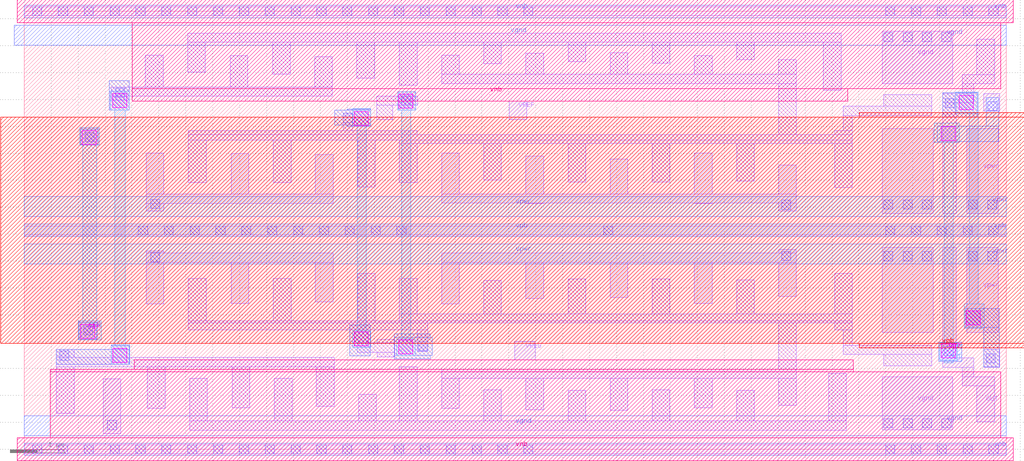
<source format=lef>
VERSION 5.6 ;
  NOWIREEXTENSIONATPIN ON ;
  DIVIDERCHAR "/" ;

MACRO LDO_COMPARATOR_LATCH
  CLASS CORE ;
  ORIGIN 0.000 0.000 ;
  FOREIGN LDO_COMPARATOR_LATCH 0 0 ;
  SIZE 18.240 BY 8.140 ;
  SYMMETRY X Y ;
  SITE unithvdbl ;
  PIN vnb
  	DIRECTION INOUT ;
    USE GROUND ;
    PORT
      LAYER pwell ;
        RECT -0.130 7.925 18.370 8.355 ;
        RECT 2.005 6.705 18.130 7.925 ;
        RECT 2.005 6.475 15.290 6.705 ;
      LAYER li1 ;
        RECT 0.000 8.055 18.240 8.225 ;
      LAYER mcon ;
        RECT 0.155 8.055 0.325 8.225 ;
        RECT 0.635 8.055 0.805 8.225 ;
        RECT 1.115 8.055 1.285 8.225 ;
        RECT 1.595 8.055 1.765 8.225 ;
        RECT 2.075 8.055 2.245 8.225 ;
        RECT 2.555 8.055 2.725 8.225 ;
        RECT 3.035 8.055 3.205 8.225 ;
        RECT 3.515 8.055 3.685 8.225 ;
        RECT 3.995 8.055 4.165 8.225 ;
        RECT 4.475 8.055 4.645 8.225 ;
        RECT 4.955 8.055 5.125 8.225 ;
        RECT 5.435 8.055 5.605 8.225 ;
        RECT 5.915 8.055 6.085 8.225 ;
        RECT 6.395 8.055 6.565 8.225 ;
        RECT 6.875 8.055 7.045 8.225 ;
        RECT 7.355 8.055 7.525 8.225 ;
        RECT 7.835 8.055 8.005 8.225 ;
        RECT 8.315 8.055 8.485 8.225 ;
        RECT 8.795 8.055 8.965 8.225 ;
        RECT 9.275 8.055 9.445 8.225 ;
        RECT 15.995 8.055 16.165 8.225 ;
        RECT 16.475 8.055 16.645 8.225 ;
        RECT 16.955 8.055 17.125 8.225 ;
        RECT 17.435 8.055 17.605 8.225 ;
        RECT 17.915 8.055 18.085 8.225 ;
      LAYER met1 ;
        RECT 0.000 8.025 18.240 8.255 ;
    END
    PORT
      LAYER pwell ;
        RECT 2.040 1.485 15.390 1.665 ;
        RECT 0.485 1.435 15.390 1.485 ;
        RECT 0.485 0.215 18.130 1.435 ;
        RECT -0.130 -0.215 18.370 0.215 ;
      LAYER li1 ;
        RECT 0.000 -0.085 18.240 0.085 ;
      LAYER mcon ;
        RECT 0.155 -0.085 0.325 0.085 ;
        RECT 0.635 -0.085 0.805 0.085 ;
        RECT 1.115 -0.085 1.285 0.085 ;
        RECT 1.595 -0.085 1.765 0.085 ;
        RECT 2.075 -0.085 2.245 0.085 ;
        RECT 2.555 -0.085 2.725 0.085 ;
        RECT 3.035 -0.085 3.205 0.085 ;
        RECT 3.515 -0.085 3.685 0.085 ;
        RECT 3.995 -0.085 4.165 0.085 ;
        RECT 4.475 -0.085 4.645 0.085 ;
        RECT 4.955 -0.085 5.125 0.085 ;
        RECT 5.435 -0.085 5.605 0.085 ;
        RECT 5.915 -0.085 6.085 0.085 ;
        RECT 6.395 -0.085 6.565 0.085 ;
        RECT 6.875 -0.085 7.045 0.085 ;
        RECT 7.355 -0.085 7.525 0.085 ;
        RECT 7.835 -0.085 8.005 0.085 ;
        RECT 8.315 -0.085 8.485 0.085 ;
        RECT 8.795 -0.085 8.965 0.085 ;
        RECT 9.275 -0.085 9.445 0.085 ;
        RECT 15.995 -0.085 16.165 0.085 ;
        RECT 16.475 -0.085 16.645 0.085 ;
        RECT 16.955 -0.085 17.125 0.085 ;
        RECT 17.435 -0.085 17.605 0.085 ;
        RECT 17.915 -0.085 18.085 0.085 ;
      LAYER met1 ;
        RECT 0.000 -0.115 18.240 0.115 ;
    END
  END vnb
  PIN vgnd
    DIRECTION INOUT ;
    USE GROUND ;
    PORT
      LAYER li1 ;
        RECT 15.930 6.795 17.240 7.775 ;
      LAYER mcon ;
        RECT 15.960 7.575 16.130 7.745 ;
        RECT 16.320 7.575 16.490 7.745 ;
        RECT 16.680 7.575 16.850 7.745 ;
        RECT 17.040 7.575 17.210 7.745 ;
      LAYER met1 ;
        RECT -0.185 7.515 18.240 7.885 ;
    END
    PORT
      LAYER li1 ;
        RECT 1.465 0.285 1.795 1.310 ;
        RECT 15.930 0.365 17.240 1.345 ;
      LAYER mcon ;
        RECT 1.545 0.365 1.715 0.535 ;
        RECT 15.960 0.395 16.130 0.565 ;
        RECT 16.320 0.395 16.490 0.565 ;
        RECT 16.680 0.395 16.850 0.565 ;
        RECT 17.040 0.395 17.210 0.565 ;
      LAYER met1 ;
        RECT 0.000 0.255 18.240 0.625 ;
    END
  END vgnd
  PIN vpwr
    DIRECTION INOUT ;
    USE POWER ;
    PORT
      LAYER li1 ;
        RECT 2.265 4.740 2.595 5.510 ;
        RECT 3.840 4.740 4.170 5.500 ;
        RECT 5.405 4.740 5.735 5.480 ;
        RECT 2.265 4.570 5.735 4.740 ;
        RECT 7.750 4.745 8.080 5.510 ;
        RECT 9.315 4.745 9.645 5.450 ;
        RECT 10.880 4.745 11.210 5.390 ;
        RECT 12.445 4.745 12.775 5.505 ;
        RECT 14.010 4.745 14.340 5.280 ;
        RECT 7.750 4.575 14.340 4.745 ;
        RECT 9.315 4.570 9.645 4.575 ;
        RECT 12.445 4.570 12.775 4.575 ;
        RECT 2.265 4.425 2.595 4.570 ;
        RECT 14.010 4.425 14.340 4.575 ;
        RECT 15.930 4.385 16.880 5.965 ;
        RECT 17.500 4.385 18.090 5.965 ;
      LAYER mcon ;
        RECT 2.350 4.475 2.520 4.645 ;
        RECT 14.065 4.460 14.235 4.630 ;
        RECT 15.960 4.465 16.130 4.635 ;
        RECT 16.320 4.465 16.490 4.635 ;
        RECT 16.680 4.465 16.850 4.635 ;
        RECT 17.530 4.465 17.700 4.635 ;
        RECT 17.890 4.465 18.060 4.635 ;
      LAYER met1 ;
        RECT 0.000 4.325 18.240 4.695 ;
    END
    PORT
      LAYER li1 ;
        RECT 2.265 3.645 2.595 3.685 ;
        RECT 14.010 3.645 14.340 3.715 ;
        RECT 2.265 3.475 5.735 3.645 ;
        RECT 2.265 2.705 2.595 3.475 ;
        RECT 3.840 2.715 4.170 3.475 ;
        RECT 5.405 2.735 5.735 3.475 ;
        RECT 7.750 3.475 14.340 3.645 ;
        RECT 7.750 2.705 8.080 3.475 ;
        RECT 9.315 2.800 9.645 3.475 ;
        RECT 10.880 2.825 11.210 3.475 ;
        RECT 12.445 2.710 12.775 3.475 ;
        RECT 14.010 2.840 14.340 3.475 ;
        RECT 15.930 2.175 16.880 3.755 ;
        RECT 17.500 2.175 18.090 3.755 ;
      LAYER mcon ;
        RECT 2.350 3.485 2.520 3.655 ;
        RECT 14.065 3.510 14.235 3.680 ;
        RECT 15.960 3.505 16.130 3.675 ;
        RECT 16.320 3.505 16.490 3.675 ;
        RECT 16.680 3.505 16.850 3.675 ;
        RECT 17.530 3.505 17.700 3.675 ;
        RECT 17.890 3.505 18.060 3.675 ;
      LAYER met1 ;
        RECT 0.000 3.445 18.240 3.815 ;
    END
  END vpwr
  PIN vpb
    DIRECTION INOUT ;
    USE POWER ;
    PORT
      LAYER nwell ;
        RECT 15.510 6.175 18.570 6.255 ;
        RECT -0.440 1.965 18.570 6.175 ;
        RECT 15.510 1.885 18.570 1.965 ;
      LAYER li1 ;
        RECT 0.000 3.985 18.240 4.155 ;
      LAYER mcon ;
        RECT 2.120 3.985 2.290 4.155 ;
        RECT 2.600 3.985 2.770 4.155 ;
        RECT 3.080 3.985 3.250 4.155 ;
        RECT 3.560 3.985 3.730 4.155 ;
        RECT 4.040 3.985 4.210 4.155 ;
        RECT 4.520 3.985 4.690 4.155 ;
        RECT 5.000 3.985 5.170 4.155 ;
        RECT 5.480 3.985 5.650 4.155 ;
        RECT 5.960 3.985 6.130 4.155 ;
        RECT 6.440 3.985 6.610 4.155 ;
        RECT 6.920 3.985 7.090 4.155 ;
        RECT 10.760 3.985 10.930 4.155 ;
        RECT 15.995 3.985 16.165 4.155 ;
        RECT 16.475 3.985 16.645 4.155 ;
        RECT 16.955 3.985 17.125 4.155 ;
        RECT 17.435 3.985 17.605 4.155 ;
        RECT 17.915 3.985 18.085 4.155 ;
      LAYER met1 ;
        RECT 0.000 3.955 18.240 4.185 ;
    END
  END vpb
  PIN VREF
    DIRECTION INPUT ;
    USE SIGNAL ;
    PORT
      LAYER li1 ;
        RECT 9.005 6.130 9.335 6.475 ;
    END
  END VREF
  PIN VREG
    DIRECTION INOUT ;
    USE SIGNAL ;
    PORT
      LAYER li1 ;
        RECT 9.110 1.660 9.490 2.005 ;
    END
  END VREG
  PIN CLK
    DIRECTION INPUT ;
    USE SIGNAL ;
    PORT
      LAYER li1 ;
        RECT 1.035 5.650 1.390 5.975 ;
        RECT 1.030 2.045 1.360 2.385 ;
      LAYER mcon ;
        RECT 1.130 5.720 1.300 5.890 ;
        RECT 1.105 2.125 1.275 2.295 ;
      LAYER met1 ;
        RECT 1.045 5.650 1.365 5.955 ;
        RECT 1.010 2.030 1.350 2.360 ;
      LAYER via ;
        RECT 1.075 5.665 1.335 5.925 ;
        RECT 1.050 2.065 1.310 2.325 ;
      LAYER met2 ;
        RECT 1.035 5.650 1.390 5.975 ;
        RECT 1.085 2.385 1.350 5.650 ;
        RECT 1.005 2.035 1.430 2.385 ;
    END
  END CLK
  PIN OUT
    DIRECTION OUTPUT ;
    USE SIGNAL ;
    PORT
      LAYER li1 ;
        RECT 17.815 6.285 18.115 6.615 ;
        RECT 17.060 1.695 17.310 3.755 ;
        RECT 17.060 1.525 17.635 1.695 ;
        RECT 17.420 1.345 17.635 1.525 ;
        RECT 17.420 1.175 18.020 1.345 ;
        RECT 17.690 0.515 18.020 1.175 ;
      LAYER mcon ;
        RECT 17.895 6.295 18.065 6.465 ;
        RECT 17.085 1.740 17.255 1.910 ;
      LAYER met1 ;
        RECT 17.865 6.005 18.100 6.535 ;
        RECT 16.950 5.715 18.100 6.005 ;
        RECT 16.985 1.635 17.410 1.985 ;
      LAYER via ;
        RECT 17.030 5.740 17.290 6.000 ;
        RECT 17.030 1.700 17.290 1.960 ;
      LAYER met2 ;
        RECT 16.900 5.700 17.360 6.060 ;
        RECT 17.085 1.980 17.255 5.700 ;
        RECT 17.000 1.650 17.330 1.980 ;
        RECT 17.085 1.605 17.255 1.650 ;
    END
  END OUT
  OBS
      LAYER li1 ;
        RECT 3.035 7.565 15.170 7.735 ;
        RECT 2.250 6.735 2.580 7.325 ;
        RECT 3.035 7.010 3.365 7.565 ;
        RECT 3.825 6.735 4.155 7.315 ;
        RECT 4.610 6.975 4.940 7.565 ;
        RECT 5.390 6.735 5.720 7.295 ;
        RECT 6.175 6.895 6.505 7.565 ;
        RECT 6.965 6.770 7.295 7.565 ;
        RECT 7.750 6.970 8.080 7.325 ;
        RECT 8.530 7.170 8.860 7.565 ;
        RECT 9.315 6.970 9.645 7.360 ;
        RECT 10.100 7.205 10.430 7.565 ;
        RECT 10.880 6.970 11.210 7.370 ;
        RECT 11.660 7.175 11.990 7.565 ;
        RECT 12.445 6.970 12.775 7.320 ;
        RECT 13.230 7.240 13.560 7.565 ;
        RECT 14.010 6.970 14.340 7.245 ;
        RECT 7.750 6.800 14.340 6.970 ;
        RECT 1.615 6.565 5.720 6.735 ;
        RECT 1.615 6.490 1.950 6.565 ;
        RECT 6.545 6.395 7.310 6.565 ;
        RECT 5.920 5.920 6.090 6.245 ;
        RECT 6.545 6.125 6.845 6.395 ;
        RECT 3.050 5.850 7.295 5.920 ;
        RECT 14.010 5.850 14.340 6.800 ;
        RECT 14.840 6.680 15.170 7.565 ;
        RECT 17.690 6.965 18.020 7.625 ;
        RECT 17.420 6.795 18.020 6.965 ;
        RECT 17.420 6.615 17.635 6.795 ;
        RECT 15.965 6.375 16.855 6.590 ;
        RECT 15.210 6.205 16.855 6.375 ;
        RECT 17.060 6.445 17.635 6.615 ;
        RECT 15.210 5.920 15.380 6.205 ;
        RECT 15.050 5.850 15.380 5.920 ;
        RECT 3.050 5.750 15.380 5.850 ;
        RECT 3.050 4.955 3.380 5.750 ;
        RECT 4.625 4.955 4.955 5.750 ;
        RECT 6.190 4.870 6.520 5.750 ;
        RECT 6.965 5.680 15.380 5.750 ;
        RECT 6.965 4.955 7.295 5.680 ;
        RECT 8.530 5.000 8.860 5.680 ;
        RECT 10.100 4.970 10.430 5.680 ;
        RECT 11.660 4.970 11.990 5.680 ;
        RECT 13.230 4.985 13.560 5.680 ;
        RECT 15.050 4.865 15.380 5.680 ;
        RECT 17.060 4.385 17.310 6.445 ;
        RECT 3.050 2.385 3.380 3.180 ;
        RECT 4.625 2.385 4.955 3.180 ;
        RECT 6.190 2.385 6.520 3.265 ;
        RECT 6.965 2.515 7.295 3.180 ;
        RECT 8.530 2.515 8.860 3.135 ;
        RECT 10.100 2.515 10.430 3.165 ;
        RECT 11.660 2.515 11.990 3.165 ;
        RECT 13.230 2.515 13.560 3.150 ;
        RECT 15.050 2.515 15.380 3.270 ;
        RECT 6.965 2.385 15.380 2.515 ;
        RECT 3.050 2.345 15.380 2.385 ;
        RECT 3.050 2.215 7.490 2.345 ;
        RECT 6.555 1.975 6.880 2.045 ;
        RECT 0.595 1.705 0.925 1.860 ;
        RECT 6.185 1.805 6.880 1.975 ;
        RECT 7.295 1.820 7.490 2.215 ;
        RECT 6.555 1.715 6.880 1.805 ;
        RECT 0.595 1.535 5.755 1.705 ;
        RECT 0.595 0.665 0.925 1.535 ;
        RECT 2.285 0.765 2.615 1.535 ;
        RECT 3.070 0.525 3.400 1.320 ;
        RECT 3.860 0.775 4.190 1.535 ;
        RECT 4.645 0.525 4.975 1.320 ;
        RECT 5.425 0.795 5.755 1.535 ;
        RECT 6.210 0.525 6.540 1.025 ;
        RECT 6.965 0.525 7.295 1.535 ;
        RECT 14.010 1.490 14.340 2.345 ;
        RECT 15.050 2.215 15.380 2.345 ;
        RECT 15.210 1.935 15.380 2.215 ;
        RECT 15.210 1.765 16.855 1.935 ;
        RECT 15.965 1.550 16.855 1.765 ;
        RECT 17.815 1.525 18.115 1.855 ;
        RECT 7.750 1.320 14.340 1.490 ;
        RECT 7.750 0.765 8.080 1.320 ;
        RECT 8.530 0.525 8.860 1.105 ;
        RECT 9.315 0.730 9.645 1.320 ;
        RECT 10.100 0.525 10.430 1.095 ;
        RECT 10.880 0.720 11.210 1.320 ;
        RECT 11.660 0.525 11.990 1.105 ;
        RECT 12.445 0.770 12.775 1.320 ;
        RECT 13.230 0.525 13.560 1.100 ;
        RECT 14.010 0.815 14.340 1.320 ;
        RECT 14.935 0.525 15.265 1.410 ;
        RECT 3.070 0.355 15.265 0.525 ;
      LAYER mcon ;
        RECT 1.695 6.545 1.865 6.715 ;
        RECT 7.010 6.395 7.180 6.565 ;
        RECT 5.920 6.075 6.090 6.245 ;
        RECT 17.100 6.350 17.270 6.520 ;
        RECT 0.660 1.655 0.830 1.825 ;
        RECT 7.320 1.830 7.490 2.000 ;
        RECT 17.865 1.605 18.035 1.775 ;
      LAYER met1 ;
        RECT 1.580 6.300 1.950 6.850 ;
        RECT 6.000 6.300 6.430 6.320 ;
        RECT 6.935 6.300 7.270 6.650 ;
        RECT 5.765 6.025 6.430 6.300 ;
        RECT 17.055 6.175 17.695 6.625 ;
        RECT 6.000 6.000 6.430 6.025 ;
        RECT 1.620 1.860 1.960 1.945 ;
        RECT 0.595 1.580 1.960 1.860 ;
        RECT 6.040 1.740 6.425 2.310 ;
        RECT 17.475 2.270 18.110 2.620 ;
        RECT 6.875 2.080 7.540 2.145 ;
        RECT 6.875 1.745 7.575 2.080 ;
        RECT 6.875 1.685 7.540 1.745 ;
        RECT 17.815 1.535 18.110 2.270 ;
      LAYER via ;
        RECT 1.640 6.350 1.900 6.610 ;
        RECT 6.955 6.340 7.215 6.600 ;
        RECT 17.360 6.315 17.620 6.575 ;
        RECT 6.130 6.020 6.390 6.280 ;
        RECT 17.490 2.310 17.750 2.570 ;
        RECT 1.640 1.620 1.900 1.880 ;
        RECT 6.130 1.920 6.390 2.180 ;
        RECT 6.955 1.775 7.215 2.035 ;
      LAYER met2 ;
        RECT 1.600 6.300 1.950 6.660 ;
        RECT 1.680 1.920 1.880 6.300 ;
        RECT 6.100 6.020 6.435 6.330 ;
        RECT 6.935 6.300 7.270 6.650 ;
        RECT 6.185 2.200 6.355 6.020 ;
        RECT 1.615 1.580 1.950 1.920 ;
        RECT 6.100 1.890 6.435 2.200 ;
        RECT 7.010 2.055 7.180 6.300 ;
        RECT 17.285 6.250 17.715 6.640 ;
        RECT 17.545 2.700 17.715 6.250 ;
        RECT 17.460 2.250 17.830 2.700 ;
        RECT 6.920 1.745 7.265 2.055 ;
  END
END LDO_COMPARATOR_LATCH
END LIBRARY

</source>
